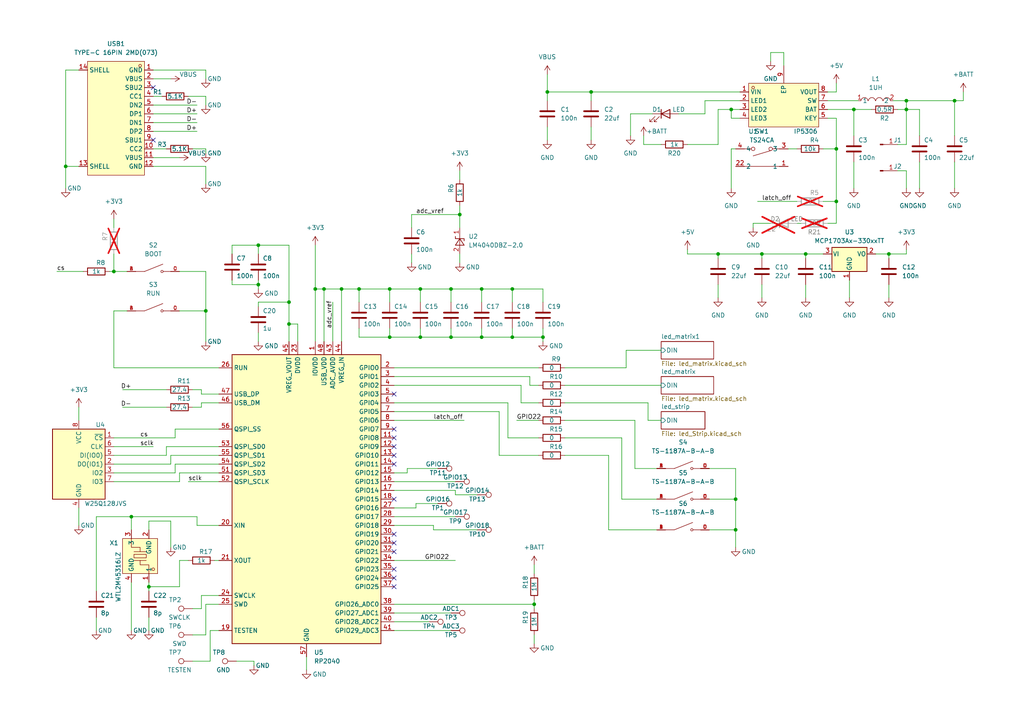
<source format=kicad_sch>
(kicad_sch (version 20230121) (generator eeschema)
  (paper "A4")
  (junction (at 99.06 83.82))
  (junction (at 133.35 62.23))
  (junction (at 276.86 29.21))
  (junction (at 257.81 73.66))
  (junction (at 19.05 48.26))
  (junction (at 121.92 97.79))
  (junction (at 104.14 83.82))
  (junction (at 59.69 90.17))
  (junction (at 212.09 31.75))
  (junction (at 242.57 58.42))
  (junction (at 83.82 87.63))
  (junction (at 220.98 73.66))
  (junction (at 121.92 83.82))
  (junction (at 242.57 43.18))
  (junction (at 33.02 78.74))
  (junction (at 74.93 71.12))
  (junction (at 130.81 83.82))
  (junction (at 148.59 83.82))
  (junction (at 208.28 73.66))
  (junction (at 113.03 83.82))
  (junction (at 157.48 97.79))
  (junction (at 91.44 83.82))
  (junction (at 130.81 97.79))
  (junction (at 43.18 170.18))
  (junction (at 158.75 26.67))
  (junction (at 213.36 153.67))
  (junction (at 154.94 175.26))
  (junction (at 233.68 73.66))
  (junction (at 83.82 93.98))
  (junction (at 213.36 144.78))
  (junction (at 74.93 82.55))
  (junction (at 139.7 83.82))
  (junction (at 262.89 31.75))
  (junction (at 148.59 97.79))
  (junction (at 247.65 31.75))
  (junction (at 171.45 26.67))
  (junction (at 139.7 97.79))
  (junction (at 262.89 29.21))
  (junction (at 113.03 97.79))
  (junction (at 93.98 83.82))
  (junction (at 38.1 149.86))
  (no_connect (at 114.3 170.18))
  (no_connect (at 114.3 114.3))
  (no_connect (at 114.3 127))
  (no_connect (at 114.3 129.54))
  (no_connect (at 114.3 132.08))
  (no_connect (at 114.3 124.46))
  (no_connect (at 114.3 134.62))
  (no_connect (at 114.3 160.02))
  (no_connect (at 114.3 167.64))
  (no_connect (at 114.3 154.94))
  (no_connect (at 44.45 25.4))
  (no_connect (at 114.3 165.1))
  (no_connect (at 44.45 40.64))
  (no_connect (at 114.3 144.78))
  (no_connect (at 114.3 157.48))
  (wire (pts (xy 16.51 78.74) (xy 24.13 78.74)))
  (wire (pts (xy 153.67 111.76) (xy 156.21 111.76)))
  (wire (pts (xy 233.68 73.66) (xy 238.76 73.66)))
  (wire (pts (xy 91.44 71.12) (xy 91.44 83.82)))
  (wire (pts (xy 240.03 31.75) (xy 247.65 31.75)))
  (wire (pts (xy 22.86 20.32) (xy 19.05 20.32)))
  (wire (pts (xy 176.53 132.08) (xy 176.53 153.67)))
  (wire (pts (xy 184.15 121.92) (xy 184.15 135.89)))
  (wire (pts (xy 196.85 33.02) (xy 204.47 33.02)))
  (wire (pts (xy 199.39 72.39) (xy 199.39 73.66)))
  (wire (pts (xy 86.36 99.06) (xy 86.36 93.98)))
  (wire (pts (xy 227.33 15.24) (xy 223.52 15.24)))
  (wire (pts (xy 218.44 64.77) (xy 218.44 66.04)))
  (wire (pts (xy 119.38 73.66) (xy 119.38 76.2)))
  (wire (pts (xy 208.28 73.66) (xy 220.98 73.66)))
  (wire (pts (xy 74.93 96.52) (xy 74.93 99.06)))
  (wire (pts (xy 19.05 20.32) (xy 19.05 48.26)))
  (wire (pts (xy 233.68 82.55) (xy 233.68 86.36)))
  (wire (pts (xy 113.03 83.82) (xy 113.03 87.63)))
  (wire (pts (xy 113.03 83.82) (xy 104.14 83.82)))
  (wire (pts (xy 27.94 171.45) (xy 27.94 149.86)))
  (wire (pts (xy 262.89 29.21) (xy 262.89 31.75)))
  (wire (pts (xy 19.05 48.26) (xy 22.86 48.26)))
  (wire (pts (xy 262.89 31.75) (xy 262.89 41.91)))
  (wire (pts (xy 171.45 26.67) (xy 214.63 26.67)))
  (wire (pts (xy 50.8 124.46) (xy 63.5 124.46)))
  (wire (pts (xy 130.81 83.82) (xy 121.92 83.82)))
  (wire (pts (xy 33.02 106.68) (xy 33.02 90.17)))
  (wire (pts (xy 130.81 95.25) (xy 130.81 97.79)))
  (wire (pts (xy 238.76 58.42) (xy 242.57 58.42)))
  (wire (pts (xy 44.45 48.26) (xy 59.69 48.26)))
  (wire (pts (xy 49.53 134.62) (xy 49.53 132.08)))
  (wire (pts (xy 199.39 41.91) (xy 208.28 41.91)))
  (wire (pts (xy 254 73.66) (xy 257.81 73.66)))
  (wire (pts (xy 48.26 129.54) (xy 63.5 129.54)))
  (wire (pts (xy 151.13 116.84) (xy 156.21 116.84)))
  (wire (pts (xy 240.03 26.67) (xy 242.57 26.67)))
  (wire (pts (xy 114.3 162.56) (xy 132.08 162.56)))
  (wire (pts (xy 133.35 62.23) (xy 133.35 66.04)))
  (wire (pts (xy 54.61 27.94) (xy 59.69 27.94)))
  (wire (pts (xy 119.38 62.23) (xy 133.35 62.23)))
  (wire (pts (xy 113.03 97.79) (xy 121.92 97.79)))
  (wire (pts (xy 22.86 147.32) (xy 22.86 152.4)))
  (wire (pts (xy 43.18 179.07) (xy 43.18 182.88)))
  (wire (pts (xy 240.03 34.29) (xy 242.57 34.29)))
  (wire (pts (xy 52.07 170.18) (xy 52.07 162.56)))
  (wire (pts (xy 213.36 135.89) (xy 213.36 144.78)))
  (wire (pts (xy 93.98 83.82) (xy 99.06 83.82)))
  (wire (pts (xy 213.36 144.78) (xy 213.36 153.67)))
  (wire (pts (xy 55.88 184.15) (xy 59.69 184.15)))
  (wire (pts (xy 242.57 64.77) (xy 242.57 58.42)))
  (wire (pts (xy 44.45 38.1) (xy 57.15 38.1)))
  (wire (pts (xy 33.02 73.66) (xy 33.02 78.74)))
  (wire (pts (xy 43.18 153.67) (xy 43.18 151.13)))
  (wire (pts (xy 43.18 170.18) (xy 52.07 170.18)))
  (wire (pts (xy 121.92 95.25) (xy 121.92 97.79)))
  (wire (pts (xy 158.75 26.67) (xy 171.45 26.67)))
  (wire (pts (xy 238.76 43.18) (xy 242.57 43.18)))
  (wire (pts (xy 91.44 83.82) (xy 93.98 83.82)))
  (wire (pts (xy 121.92 83.82) (xy 113.03 83.82)))
  (wire (pts (xy 59.69 78.74) (xy 59.69 90.17)))
  (wire (pts (xy 130.81 97.79) (xy 139.7 97.79)))
  (wire (pts (xy 144.78 119.38) (xy 144.78 132.08)))
  (wire (pts (xy 63.5 106.68) (xy 33.02 106.68)))
  (wire (pts (xy 204.47 29.21) (xy 214.63 29.21)))
  (wire (pts (xy 33.02 90.17) (xy 36.83 90.17)))
  (wire (pts (xy 233.68 73.66) (xy 233.68 74.93)))
  (wire (pts (xy 260.35 31.75) (xy 262.89 31.75)))
  (wire (pts (xy 58.42 113.03) (xy 58.42 114.3)))
  (wire (pts (xy 121.92 97.79) (xy 130.81 97.79)))
  (wire (pts (xy 205.74 153.67) (xy 213.36 153.67)))
  (wire (pts (xy 44.45 43.18) (xy 48.26 43.18)))
  (wire (pts (xy 43.18 170.18) (xy 43.18 171.45)))
  (wire (pts (xy 58.42 116.84) (xy 63.5 116.84)))
  (wire (pts (xy 214.63 31.75) (xy 212.09 31.75)))
  (wire (pts (xy 60.96 182.88) (xy 63.5 182.88)))
  (wire (pts (xy 132.08 142.24) (xy 132.08 143.51)))
  (wire (pts (xy 158.75 36.83) (xy 158.75 40.64)))
  (wire (pts (xy 181.61 106.68) (xy 181.61 101.6)))
  (wire (pts (xy 99.06 83.82) (xy 104.14 83.82)))
  (wire (pts (xy 44.45 20.32) (xy 59.69 20.32)))
  (wire (pts (xy 119.38 66.04) (xy 119.38 62.23)))
  (wire (pts (xy 240.03 29.21) (xy 248.92 29.21)))
  (wire (pts (xy 266.7 39.37) (xy 266.7 31.75)))
  (wire (pts (xy 118.11 135.89) (xy 127 135.89)))
  (wire (pts (xy 276.86 29.21) (xy 279.4 29.21)))
  (wire (pts (xy 212.09 43.18) (xy 212.09 54.61)))
  (wire (pts (xy 22.86 118.11) (xy 22.86 121.92)))
  (wire (pts (xy 48.26 132.08) (xy 48.26 129.54)))
  (wire (pts (xy 50.8 127) (xy 50.8 124.46)))
  (wire (pts (xy 52.07 139.7) (xy 52.07 137.16)))
  (wire (pts (xy 180.34 127) (xy 180.34 144.78)))
  (wire (pts (xy 276.86 29.21) (xy 276.86 39.37)))
  (wire (pts (xy 58.42 172.72) (xy 63.5 172.72)))
  (wire (pts (xy 171.45 36.83) (xy 171.45 40.64)))
  (wire (pts (xy 33.02 129.54) (xy 44.45 129.54)))
  (wire (pts (xy 260.35 41.91) (xy 262.89 41.91)))
  (wire (pts (xy 151.13 111.76) (xy 151.13 116.84)))
  (wire (pts (xy 114.3 147.32) (xy 120.65 147.32)))
  (wire (pts (xy 220.98 82.55) (xy 220.98 86.36)))
  (wire (pts (xy 33.02 137.16) (xy 50.8 137.16)))
  (wire (pts (xy 33.02 63.5) (xy 33.02 66.04)))
  (wire (pts (xy 157.48 97.79) (xy 157.48 99.06)))
  (wire (pts (xy 262.89 73.66) (xy 257.81 73.66)))
  (wire (pts (xy 44.45 27.94) (xy 46.99 27.94)))
  (wire (pts (xy 19.05 48.26) (xy 19.05 54.61)))
  (wire (pts (xy 55.88 113.03) (xy 58.42 113.03)))
  (wire (pts (xy 220.98 73.66) (xy 233.68 73.66)))
  (wire (pts (xy 242.57 34.29) (xy 242.57 43.18)))
  (wire (pts (xy 59.69 175.26) (xy 63.5 175.26)))
  (wire (pts (xy 88.9 190.5) (xy 88.9 194.31)))
  (wire (pts (xy 262.89 29.21) (xy 276.86 29.21)))
  (wire (pts (xy 33.02 132.08) (xy 48.26 132.08)))
  (wire (pts (xy 118.11 137.16) (xy 118.11 135.89)))
  (wire (pts (xy 125.73 153.67) (xy 138.43 153.67)))
  (wire (pts (xy 149.86 121.92) (xy 156.21 121.92)))
  (wire (pts (xy 191.77 41.91) (xy 186.69 41.91)))
  (wire (pts (xy 223.52 15.24) (xy 223.52 17.78)))
  (wire (pts (xy 58.42 176.53) (xy 58.42 172.72)))
  (wire (pts (xy 223.52 64.77) (xy 218.44 64.77)))
  (wire (pts (xy 35.56 118.11) (xy 48.26 118.11)))
  (wire (pts (xy 38.1 168.91) (xy 38.1 182.88)))
  (wire (pts (xy 114.3 119.38) (xy 144.78 119.38)))
  (wire (pts (xy 219.71 58.42) (xy 231.14 58.42)))
  (wire (pts (xy 181.61 101.6) (xy 191.77 101.6)))
  (wire (pts (xy 260.35 49.53) (xy 262.89 49.53)))
  (wire (pts (xy 163.83 132.08) (xy 176.53 132.08)))
  (wire (pts (xy 114.3 149.86) (xy 132.08 149.86)))
  (wire (pts (xy 148.59 83.82) (xy 139.7 83.82)))
  (wire (pts (xy 60.96 191.77) (xy 60.96 182.88)))
  (wire (pts (xy 262.89 72.39) (xy 262.89 73.66)))
  (wire (pts (xy 83.82 93.98) (xy 83.82 99.06)))
  (wire (pts (xy 205.74 144.78) (xy 213.36 144.78)))
  (wire (pts (xy 114.3 137.16) (xy 118.11 137.16)))
  (wire (pts (xy 114.3 106.68) (xy 156.21 106.68)))
  (wire (pts (xy 44.45 45.72) (xy 52.07 45.72)))
  (wire (pts (xy 74.93 81.28) (xy 74.93 82.55)))
  (wire (pts (xy 27.94 179.07) (xy 27.94 182.88)))
  (wire (pts (xy 74.93 88.9) (xy 74.93 87.63)))
  (wire (pts (xy 38.1 149.86) (xy 38.1 153.67)))
  (wire (pts (xy 147.32 116.84) (xy 147.32 127)))
  (wire (pts (xy 186.69 41.91) (xy 186.69 39.37)))
  (wire (pts (xy 59.69 184.15) (xy 59.69 175.26)))
  (wire (pts (xy 163.83 106.68) (xy 181.61 106.68)))
  (wire (pts (xy 154.94 175.26) (xy 154.94 176.53)))
  (wire (pts (xy 114.3 180.34) (xy 124.46 180.34)))
  (wire (pts (xy 104.14 97.79) (xy 113.03 97.79)))
  (wire (pts (xy 208.28 31.75) (xy 212.09 31.75)))
  (wire (pts (xy 55.88 191.77) (xy 60.96 191.77)))
  (wire (pts (xy 158.75 26.67) (xy 158.75 29.21)))
  (wire (pts (xy 113.03 95.25) (xy 113.03 97.79)))
  (wire (pts (xy 43.18 168.91) (xy 43.18 170.18)))
  (wire (pts (xy 104.14 83.82) (xy 104.14 87.63)))
  (wire (pts (xy 93.98 99.06) (xy 93.98 83.82)))
  (wire (pts (xy 49.53 151.13) (xy 49.53 158.75)))
  (wire (pts (xy 212.09 31.75) (xy 212.09 34.29)))
  (wire (pts (xy 55.88 176.53) (xy 58.42 176.53)))
  (wire (pts (xy 154.94 173.99) (xy 154.94 175.26)))
  (wire (pts (xy 33.02 78.74) (xy 36.83 78.74)))
  (wire (pts (xy 99.06 99.06) (xy 99.06 83.82)))
  (wire (pts (xy 227.33 19.05) (xy 227.33 15.24)))
  (wire (pts (xy 247.65 31.75) (xy 252.73 31.75)))
  (wire (pts (xy 157.48 83.82) (xy 148.59 83.82)))
  (wire (pts (xy 228.6 43.18) (xy 231.14 43.18)))
  (wire (pts (xy 148.59 95.25) (xy 148.59 97.79)))
  (wire (pts (xy 114.3 177.8) (xy 130.81 177.8)))
  (wire (pts (xy 246.38 81.28) (xy 246.38 86.36)))
  (wire (pts (xy 259.08 29.21) (xy 262.89 29.21)))
  (wire (pts (xy 74.93 71.12) (xy 83.82 71.12)))
  (wire (pts (xy 67.31 81.28) (xy 67.31 82.55)))
  (wire (pts (xy 58.42 114.3) (xy 63.5 114.3)))
  (wire (pts (xy 59.69 90.17) (xy 59.69 99.06)))
  (wire (pts (xy 125.73 153.67) (xy 125.73 152.4)))
  (wire (pts (xy 83.82 71.12) (xy 83.82 87.63)))
  (wire (pts (xy 266.7 46.99) (xy 266.7 54.61)))
  (wire (pts (xy 59.69 27.94) (xy 59.69 30.48)))
  (wire (pts (xy 104.14 95.25) (xy 104.14 97.79)))
  (wire (pts (xy 55.88 118.11) (xy 58.42 118.11)))
  (wire (pts (xy 114.3 116.84) (xy 147.32 116.84)))
  (wire (pts (xy 114.3 109.22) (xy 153.67 109.22)))
  (wire (pts (xy 43.18 151.13) (xy 49.53 151.13)))
  (wire (pts (xy 242.57 43.18) (xy 242.57 58.42)))
  (wire (pts (xy 213.36 43.18) (xy 212.09 43.18)))
  (wire (pts (xy 199.39 73.66) (xy 208.28 73.66)))
  (wire (pts (xy 157.48 87.63) (xy 157.48 83.82)))
  (wire (pts (xy 33.02 127) (xy 50.8 127)))
  (wire (pts (xy 153.67 109.22) (xy 153.67 111.76)))
  (wire (pts (xy 114.3 142.24) (xy 132.08 142.24)))
  (wire (pts (xy 59.69 20.32) (xy 59.69 22.86)))
  (wire (pts (xy 52.07 162.56) (xy 54.61 162.56)))
  (wire (pts (xy 44.45 30.48) (xy 57.15 30.48)))
  (wire (pts (xy 44.45 33.02) (xy 57.15 33.02)))
  (wire (pts (xy 68.58 191.77) (xy 73.66 191.77)))
  (wire (pts (xy 187.96 121.92) (xy 191.77 121.92)))
  (wire (pts (xy 208.28 82.55) (xy 208.28 86.36)))
  (wire (pts (xy 163.83 116.84) (xy 187.96 116.84)))
  (wire (pts (xy 74.93 87.63) (xy 83.82 87.63)))
  (wire (pts (xy 242.57 26.67) (xy 242.57 24.13)))
  (wire (pts (xy 148.59 97.79) (xy 157.48 97.79)))
  (wire (pts (xy 139.7 83.82) (xy 130.81 83.82)))
  (wire (pts (xy 157.48 95.25) (xy 157.48 97.79)))
  (wire (pts (xy 44.45 35.56) (xy 57.15 35.56)))
  (wire (pts (xy 52.07 90.17) (xy 59.69 90.17)))
  (wire (pts (xy 163.83 111.76) (xy 191.77 111.76)))
  (wire (pts (xy 176.53 153.67) (xy 190.5 153.67)))
  (wire (pts (xy 189.23 33.02) (xy 182.88 33.02)))
  (wire (pts (xy 204.47 33.02) (xy 204.47 29.21)))
  (wire (pts (xy 182.88 33.02) (xy 182.88 39.37)))
  (wire (pts (xy 257.81 82.55) (xy 257.81 86.36)))
  (wire (pts (xy 54.61 139.7) (xy 63.5 139.7)))
  (wire (pts (xy 114.3 121.92) (xy 134.62 121.92)))
  (wire (pts (xy 57.15 149.86) (xy 38.1 149.86)))
  (wire (pts (xy 158.75 21.59) (xy 158.75 26.67)))
  (wire (pts (xy 86.36 93.98) (xy 83.82 93.98)))
  (wire (pts (xy 83.82 87.63) (xy 83.82 93.98)))
  (wire (pts (xy 247.65 31.75) (xy 247.65 39.37)))
  (wire (pts (xy 67.31 73.66) (xy 67.31 71.12)))
  (wire (pts (xy 154.94 184.15) (xy 154.94 186.69)))
  (wire (pts (xy 120.65 147.32) (xy 120.65 146.05)))
  (wire (pts (xy 231.14 64.77) (xy 232.41 64.77)))
  (wire (pts (xy 67.31 71.12) (xy 74.93 71.12)))
  (wire (pts (xy 208.28 74.93) (xy 208.28 73.66)))
  (wire (pts (xy 139.7 83.82) (xy 139.7 87.63)))
  (wire (pts (xy 73.66 191.77) (xy 73.66 193.04)))
  (wire (pts (xy 57.15 152.4) (xy 57.15 149.86)))
  (wire (pts (xy 171.45 26.67) (xy 171.45 29.21)))
  (wire (pts (xy 33.02 139.7) (xy 52.07 139.7)))
  (wire (pts (xy 59.69 48.26) (xy 59.69 53.34)))
  (wire (pts (xy 59.69 43.18) (xy 59.69 44.45)))
  (wire (pts (xy 63.5 152.4) (xy 57.15 152.4)))
  (wire (pts (xy 62.23 162.56) (xy 63.5 162.56)))
  (wire (pts (xy 154.94 163.83) (xy 154.94 166.37)))
  (wire (pts (xy 220.98 73.66) (xy 220.98 74.93)))
  (wire (pts (xy 33.02 134.62) (xy 49.53 134.62)))
  (wire (pts (xy 52.07 137.16) (xy 63.5 137.16)))
  (wire (pts (xy 187.96 116.84) (xy 187.96 121.92)))
  (wire (pts (xy 240.03 64.77) (xy 242.57 64.77)))
  (wire (pts (xy 208.28 41.91) (xy 208.28 31.75)))
  (wire (pts (xy 114.3 182.88) (xy 130.81 182.88)))
  (wire (pts (xy 50.8 134.62) (xy 63.5 134.62)))
  (wire (pts (xy 114.3 111.76) (xy 151.13 111.76)))
  (wire (pts (xy 144.78 132.08) (xy 156.21 132.08)))
  (wire (pts (xy 58.42 118.11) (xy 58.42 116.84)))
  (wire (pts (xy 213.36 153.67) (xy 213.36 158.75)))
  (wire (pts (xy 262.89 49.53) (xy 262.89 54.61)))
  (wire (pts (xy 148.59 83.82) (xy 148.59 87.63)))
  (wire (pts (xy 67.31 82.55) (xy 74.93 82.55)))
  (wire (pts (xy 133.35 49.53) (xy 133.35 52.07)))
  (wire (pts (xy 133.35 73.66) (xy 133.35 76.2)))
  (wire (pts (xy 27.94 149.86) (xy 38.1 149.86)))
  (wire (pts (xy 52.07 78.74) (xy 59.69 78.74)))
  (wire (pts (xy 44.45 22.86) (xy 49.53 22.86)))
  (wire (pts (xy 257.81 73.66) (xy 257.81 74.93)))
  (wire (pts (xy 163.83 127) (xy 180.34 127)))
  (wire (pts (xy 147.32 127) (xy 156.21 127)))
  (wire (pts (xy 96.52 87.63) (xy 96.52 99.06)))
  (wire (pts (xy 266.7 31.75) (xy 262.89 31.75)))
  (wire (pts (xy 212.09 34.29) (xy 214.63 34.29)))
  (wire (pts (xy 139.7 97.79) (xy 148.59 97.79)))
  (wire (pts (xy 31.75 78.74) (xy 33.02 78.74)))
  (wire (pts (xy 35.56 113.03) (xy 48.26 113.03)))
  (wire (pts (xy 130.81 83.82) (xy 130.81 87.63)))
  (wire (pts (xy 184.15 135.89) (xy 190.5 135.89)))
  (wire (pts (xy 91.44 99.06) (xy 91.44 83.82)))
  (wire (pts (xy 49.53 132.08) (xy 63.5 132.08)))
  (wire (pts (xy 180.34 144.78) (xy 190.5 144.78)))
  (wire (pts (xy 247.65 46.99) (xy 247.65 54.61)))
  (wire (pts (xy 74.93 82.55) (xy 74.93 83.82)))
  (wire (pts (xy 50.8 137.16) (xy 50.8 134.62)))
  (wire (pts (xy 139.7 95.25) (xy 139.7 97.79)))
  (wire (pts (xy 163.83 121.92) (xy 184.15 121.92)))
  (wire (pts (xy 205.74 135.89) (xy 213.36 135.89)))
  (wire (pts (xy 114.3 139.7) (xy 132.08 139.7)))
  (wire (pts (xy 114.3 175.26) (xy 154.94 175.26)))
  (wire (pts (xy 133.35 59.69) (xy 133.35 62.23)))
  (wire (pts (xy 74.93 71.12) (xy 74.93 73.66)))
  (wire (pts (xy 276.86 46.99) (xy 276.86 54.61)))
  (wire (pts (xy 121.92 83.82) (xy 121.92 87.63)))
  (wire (pts (xy 132.08 143.51) (xy 138.43 143.51)))
  (wire (pts (xy 55.88 43.18) (xy 59.69 43.18)))
  (wire (pts (xy 114.3 152.4) (xy 125.73 152.4)))
  (wire (pts (xy 120.65 146.05) (xy 127 146.05)))
  (wire (pts (xy 279.4 26.67) (xy 279.4 29.21)))
  (label "sclk" (at 40.64 129.54 0))
  (label "adc_vref" (at 96.52 95.25 90))
  (label "GPIO22" (at 149.86 121.92 0))
  (label "D+" (at 38.1 113.03 180))
  (label "GPIO22" (at 123.19 162.56 0))
  (label "D-" (at 57.15 35.56 180))
  (label "latch_off" (at 220.98 58.42 0))
  (label "D+" (at 57.15 33.02 180))
  (label "sclk" (at 54.61 139.7 0))
  (label "cs" (at 40.64 127 0))
  (label "latch_off" (at 125.73 121.92 0))
  (label "cs" (at 16.51 78.74 0))
  (label "D+" (at 57.15 38.1 180))
  (label "adc_vref" (at 120.65 62.23 0))
  (label "D-" (at 57.15 30.48 180))
  (label "D-" (at 38.1 118.11 180))
  (symbol (lib_id "Device:R") (at 52.07 113.03 270) (mirror x) (unit 1)
    (property "Reference" "R11" (at 53.34 110.49 90))
    (property "Value" "27.4" (at 52.07 113.03 90))
    (property "Footprint" "Resistor_SMD:R_0402_1005Metric" (effects hide))
  )
  (symbol (lib_id "Device:R") (at 234.95 58.42 270) (mirror x) (unit 1) (dnp yes)
    (property "Reference" "R5" (at 236.22 55.88 90))
    (property "Value" "10k" (at 234.95 58.42 90))
    (property "Footprint" "Resistor_SMD:R_0402_1005Metric" (effects hide))
  )
  (symbol (lib_id "Device:R") (at 58.42 162.56 270) (mirror x) (unit 1)
    (property "Reference" "R17" (at 59.69 160.02 90))
    (property "Value" "1k" (at 58.42 162.56 90))
    (property "Footprint" "Resistor_SMD:R_0402_1005Metric" (effects hide))
  )
  (symbol (lib_id "Device:C") (at 74.93 77.47 0) (unit 1)
    (property "Reference" "C8" (at 76.2 74.93 0) (effects (justify left)))
    (property "Value" "100n" (at 76.2 80.01 0) (effects (justify left)))
    (property "Footprint" "Capacitor_SMD:C_0402_1005Metric" (effects hide))
  )
  (symbol (lib_id "power:GND") (at 59.69 30.48 0) (unit 1)
    (property "Reference" "#PWR07" (effects hide))
    (property "Value" "GND" (at 62.23 30.48 0))
  )
  (symbol (lib_id "TS-1187A-B-A-B:TS-1187A-B-A-B") (at 198.12 144.78 0) (unit 1)
    (property "Reference" "S5" (at 198.12 137.16 0))
    (property "Value" "TS-1187A-B-A-B" (at 198.12 139.7 0))
    (property "Footprint" "SW_TS-1187A-B-A-B" (effects hide))
    (property "PARTREV" "A0" (effects hide))
    (property "MANUFACTURER" "XKB Industrial Precision" (effects hide))
    (property "MAXIMUM_PACKAGE_HEIGHT" "1.5mm" (effects hide))
    (property "STANDARD" "Manufacturer Recommendations" (effects hide))
  )
  (symbol (lib_id "Device:R") (at 133.35 55.88 0) (mirror y) (unit 1)
    (property "Reference" "R6" (at 130.81 54.61 90))
    (property "Value" "1k" (at 133.35 55.88 90))
    (property "Footprint" "Resistor_SMD:R_0402_1005Metric" (effects hide))
  )
  (symbol (lib_id "power:GND") (at 257.81 86.36 0) (unit 1)
    (property "Reference" "#PWR031" (effects hide))
    (property "Value" "GND" (at 257.81 91.44 0))
  )
  (symbol (lib_id "Device:R") (at 256.54 31.75 270) (mirror x) (unit 1)
    (property "Reference" "R2" (at 256.54 34.29 90))
    (property "Value" "0.5R" (at 256.54 31.75 90))
    (property "Footprint" "Resistor_SMD:R_0402_1005Metric" (effects hide))
  )
  (symbol (lib_id "power:GND") (at 276.86 54.61 0) (unit 1)
    (property "Reference" "#PWR019" (effects hide))
    (property "Value" "GND" (at 276.86 59.69 0))
  )
  (symbol (lib_id "power:+BATT") (at 279.4 26.67 0) (unit 1)
    (property "Reference" "#PWR06" (effects hide))
    (property "Value" "+BATT" (at 279.4 21.59 0))
  )
  (symbol (lib_id "power:+3V3") (at 22.86 118.11 0) (unit 1)
    (property "Reference" "#PWR035" (effects hide))
    (property "Value" "+3V3" (at 22.86 113.03 0))
  )
  (symbol (lib_id "power:GND") (at 154.94 186.69 0) (unit 1)
    (property "Reference" "#PWR0228" (effects hide))
    (property "Value" "GND" (at 158.75 187.96 0))
  )
  (symbol (lib_id "power:GND") (at 133.35 76.2 0) (unit 1)
    (property "Reference" "#PWR025" (effects hide))
    (property "Value" "GND" (at 137.16 77.47 0))
  )
  (symbol (lib_id "Device:C") (at 171.45 33.02 0) (unit 1)
    (property "Reference" "C2" (at 175.204 31.75 0) (effects (justify left)))
    (property "Value" "22uf" (at 175.204 34.29 0) (effects (justify left)))
    (property "Footprint" "Capacitor_SMD:C_0402_1005Metric" (effects hide))
  )
  (symbol (lib_id "Device:C") (at 257.81 78.74 0) (unit 1)
    (property "Reference" "C12" (at 261.62 77.47 0) (effects (justify left)))
    (property "Value" "100n" (at 261.62 80.01 0) (effects (justify left)))
    (property "Footprint" "Capacitor_SMD:C_0402_1005Metric" (effects hide))
  )
  (symbol (lib_id "power:GND") (at 27.94 182.88 0) (unit 1)
    (property "Reference" "#PWR039" (effects hide))
    (property "Value" "GND" (at 30.48 182.88 0))
  )
  (symbol (lib_id "easyeda2kicad:IP5306") (at 227.33 26.67 0) (unit 1)
    (property "Reference" "U1" (at 218.44 38.1 0))
    (property "Value" "IP5306" (at 233.68 38.1 0))
    (property "Footprint" "easyeda2kicad:ESOP-8_L4.9-W3.9-P1.27-LS6.0-BL-EP" (effects hide))
    (property "Datasheet" "https://lcsc.com/product-detail/PMIC-Battery-Management_IP5306_C181692.html" (effects hide))
    (property "LCSC Part" "C181692" (effects hide))
  )
  (symbol (lib_id "power:VBUS") (at 158.75 21.59 0) (unit 1)
    (property "Reference" "#PWR02" (effects hide))
    (property "Value" "VBUS" (at 158.75 16.51 0))
  )
  (symbol (lib_id "Device:C") (at 130.81 91.44 0) (unit 1)
    (property "Reference" "C16" (at 132.08 88.9 0) (effects (justify left)))
    (property "Value" "100n" (at 132.08 93.98 0) (effects (justify left)))
    (property "Footprint" "Capacitor_SMD:C_0402_1005Metric" (effects hide))
  )
  (symbol (lib_id "Device:R") (at 160.02 121.92 270) (mirror x) (unit 1)
    (property "Reference" "R14" (at 161.29 119.38 90))
    (property "Value" "0" (at 160.02 121.92 90))
    (property "Footprint" "Resistor_SMD:R_0402_1005Metric" (effects hide))
  )
  (symbol (lib_id "power:GND") (at 119.38 76.2 0) (unit 1)
    (property "Reference" "#PWR024" (effects hide))
    (property "Value" "GND" (at 123.19 77.47 0))
  )
  (symbol (lib_id "Device:C") (at 113.03 91.44 0) (unit 1)
    (property "Reference" "C14" (at 114.3 88.9 0) (effects (justify left)))
    (property "Value" "100n" (at 114.3 93.98 0) (effects (justify left)))
    (property "Footprint" "Capacitor_SMD:C_0402_1005Metric" (effects hide))
  )
  (symbol (lib_id "power:+3V3") (at 133.35 49.53 0) (unit 1)
    (property "Reference" "#PWR012" (effects hide))
    (property "Value" "+3V3" (at 133.35 44.45 0))
  )
  (symbol (lib_id "power:+3V3") (at 91.44 71.12 0) (unit 1)
    (property "Reference" "#PWR021" (effects hide))
    (property "Value" "+3V3" (at 91.44 66.04 0))
  )
  (symbol (lib_id "power:GND") (at 266.7 54.61 0) (unit 1)
    (property "Reference" "#PWR018" (effects hide))
    (property "Value" "GND" (at 266.7 59.69 0))
  )
  (symbol (lib_id "power:GND") (at 38.1 182.88 0) (unit 1)
    (property "Reference" "#PWR040" (effects hide))
    (property "Value" "GND" (at 40.64 182.88 0))
  )
  (symbol (lib_id "Device:C") (at 43.18 175.26 0) (unit 1)
    (property "Reference" "C22" (at 44.45 172.72 0) (effects (justify left)))
    (property "Value" "8p" (at 44.45 177.8 0) (effects (justify left)))
    (property "Footprint" "Capacitor_SMD:C_0402_1005Metric" (effects hide))
  )
  (symbol (lib_id "Connector:TestPoint") (at 130.81 177.8 270) (unit 1)
    (property "Reference" "TP3" (at 130.81 179.07 90))
    (property "Value" "ADC1" (at 130.81 176.53 90))
    (property "Footprint" "TestPoint:TestPoint_Pad_D1.0mm" (effects hide))
  )
  (symbol (lib_id "Connector:TestPoint") (at 68.58 191.77 90) (unit 1)
    (property "Reference" "TP8" (at 63.5 189.23 90))
    (property "Value" "GND" (at 64.77 194.31 90))
    (property "Footprint" "TestPoint:TestPoint_Pad_1.0x1.0mm" (effects hide))
  )
  (symbol (lib_id "Connector:TestPoint") (at 124.46 180.34 270) (unit 1)
    (property "Reference" "TP4" (at 124.46 181.61 90))
    (property "Value" "ADC2" (at 124.46 179.07 90))
    (property "Footprint" "TestPoint:TestPoint_Pad_D1.0mm" (effects hide))
  )
  (symbol (lib_id "power:GND") (at 246.38 86.36 0) (unit 1)
    (property "Reference" "#PWR030" (effects hide))
    (property "Value" "GND" (at 246.38 91.44 0))
  )
  (symbol (lib_id "power:GND") (at 59.69 53.34 0) (unit 1)
    (property "Reference" "#PWR013" (effects hide))
    (property "Value" "GND" (at 62.23 53.34 0))
  )
  (symbol (lib_id "power:GND") (at 171.45 40.64 0) (unit 1)
    (property "Reference" "#PWR09" (effects hide))
    (property "Value" "GND" (at 171.45 45.72 0))
  )
  (symbol (lib_id "Device:R") (at 154.94 170.18 0) (mirror y) (unit 1)
    (property "Reference" "R18" (at 152.4 168.91 90))
    (property "Value" "1M" (at 154.94 170.18 90))
    (property "Footprint" "Resistor_SMD:R_0402_1005Metric" (effects hide))
  )
  (symbol (lib_id "Memory_Flash:W25Q128JVS") (at 22.86 134.62 0) (mirror y) (unit 1)
    (property "Reference" "U4" (at 30.48 123.19 0) (effects (justify left)))
    (property "Value" "W25Q128JVS" (at 36.83 146.05 0) (effects (justify left)))
    (property "Footprint" "Package_SO:SOIC-8_5.23x5.23mm_P1.27mm" (effects hide))
    (property "Datasheet" "http://www.winbond.com/resource-files/w25q128jv_dtr%20revc%2003272018%20plus.pdf" (effects hide))
  )
  (symbol (lib_id "Connector:Conn_01x01_Pin") (at 255.27 49.53 0) (unit 1)
    (property "Reference" "J2" (at 260.35 48.26 0))
    (property "Value" "Conn_01x01_Pin" (effects hide))
    (property "Footprint" "TestPoint:TestPoint_Pad_2.0x2.0mm" (effects hide))
  )
  (symbol (lib_id "power:+3V3") (at 262.89 72.39 0) (unit 1)
    (property "Reference" "#PWR023" (effects hide))
    (property "Value" "+3V3" (at 262.89 67.31 0))
  )
  (symbol (lib_id "Connector:TestPoint") (at 55.88 184.15 90) (unit 1)
    (property "Reference" "TP6" (at 50.8 181.61 90))
    (property "Value" "SWD" (at 52.07 186.69 90))
    (property "Footprint" "TestPoint:TestPoint_Pad_D1.0mm" (effects hide))
  )
  (symbol (lib_id "Device:C") (at 158.75 33.02 0) (unit 1)
    (property "Reference" "C1" (at 162.56 31.75 0) (effects (justify left)))
    (property "Value" "100n" (at 162.56 34.29 0) (effects (justify left)))
    (property "Footprint" "Capacitor_SMD:C_0402_1005Metric" (effects hide))
  )
  (symbol (lib_id "Device:R") (at 234.95 43.18 270) (mirror x) (unit 1)
    (property "Reference" "R4" (at 236.22 40.64 90))
    (property "Value" "10k" (at 234.95 43.18 90))
    (property "Footprint" "Resistor_SMD:R_0402_1005Metric" (effects hide))
  )
  (symbol (lib_id "Connector:TestPoint") (at 55.88 191.77 90) (unit 1)
    (property "Reference" "TP7" (at 50.8 189.23 90))
    (property "Value" "TESTEN" (at 52.07 194.31 90))
    (property "Footprint" "TestPoint:TestPoint_Pad_D1.0mm" (effects hide))
  )
  (symbol (lib_id "Connector:Conn_01x01_Pin") (at 255.27 41.91 0) (unit 1)
    (property "Reference" "J1" (at 260.35 40.64 0))
    (property "Value" "Conn_01x01_Pin" (effects hide))
    (property "Footprint" "TestPoint:TestPoint_Pad_2.0x2.0mm" (effects hide))
  )
  (symbol (lib_id "Connector:TestPoint") (at 138.43 153.67 270) (unit 1)
    (property "Reference" "TP10" (at 138.43 154.94 90))
    (property "Value" "GPIO18" (at 138.43 152.4 90))
    (property "Footprint" "TestPoint:TestPoint_Pad_D1.0mm" (effects hide))
  )
  (symbol (lib_id "Device:C") (at 119.38 69.85 0) (unit 1)
    (property "Reference" "C6" (at 120.65 67.31 0) (effects (justify left)))
    (property "Value" "100n" (at 120.65 72.39 0) (effects (justify left)))
    (property "Footprint" "Capacitor_SMD:C_0402_1005Metric" (effects hide))
  )
  (symbol (lib_id "Device:C") (at 104.14 91.44 0) (unit 1)
    (property "Reference" "C13" (at 105.41 88.9 0) (effects (justify left)))
    (property "Value" "100n" (at 105.41 93.98 0) (effects (justify left)))
    (property "Footprint" "Capacitor_SMD:C_0402_1005Metric" (effects hide))
  )
  (symbol (lib_id "MCU_RaspberryPi:RP2040") (at 88.9 144.78 0) (unit 1)
    (property "Reference" "U5" (at 91.0941 189.23 0) (effects (justify left)))
    (property "Value" "RP2040" (at 91.0941 191.77 0) (effects (justify left)))
    (property "Footprint" "Package_DFN_QFN:QFN-56-1EP_7x7mm_P0.4mm_EP3.2x3.2mm" (effects hide))
    (property "Datasheet" "https://datasheets.raspberrypi.com/rp2040/rp2040-datasheet.pdf" (effects hide))
  )
  (symbol (lib_id "Device:C") (at 148.59 91.44 0) (unit 1)
    (property "Reference" "C18" (at 149.86 88.9 0) (effects (justify left)))
    (property "Value" "100n" (at 149.86 93.98 0) (effects (justify left)))
    (property "Footprint" "Capacitor_SMD:C_0402_1005Metric" (effects hide))
  )
  (symbol (lib_id "Device:C") (at 233.68 78.74 0) (unit 1)
    (property "Reference" "C11" (at 237.49 77.47 0) (effects (justify left)))
    (property "Value" "100n" (at 237.49 80.01 0) (effects (justify left)))
    (property "Footprint" "Capacitor_SMD:C_0402_1005Metric" (effects hide))
  )
  (symbol (lib_id "Device:C") (at 139.7 91.44 0) (unit 1)
    (property "Reference" "C17" (at 140.97 88.9 0) (effects (justify left)))
    (property "Value" "100n" (at 140.97 93.98 0) (effects (justify left)))
    (property "Footprint" "Capacitor_SMD:C_0402_1005Metric" (effects hide))
  )
  (symbol (lib_id "Regulator_Linear:MCP1703Ax-330xxTT") (at 246.38 73.66 0) (unit 1)
    (property "Reference" "U3" (at 246.38 67.31 0))
    (property "Value" "MCP1703Ax-330xxTT" (at 246.38 69.85 0))
    (property "Footprint" "Package_TO_SOT_SMD:SOT-23" (effects hide))
    (property "Datasheet" "http://ww1.microchip.com/downloads/en/DeviceDoc/20005122B.pdf" (effects hide))
  )
  (symbol (lib_id "power:GND") (at 182.88 39.37 0) (unit 1)
    (property "Reference" "#PWR0231" (effects hide))
    (property "Value" "GND" (at 182.88 44.45 0))
  )
  (symbol (lib_id "TS-1187A-B-A-B:TS-1187A-B-A-B") (at 44.45 78.74 0) (unit 1)
    (property "Reference" "S2" (at 44.45 71.12 0))
    (property "Value" "BOOT" (at 44.45 73.66 0))
    (property "Footprint" "SW_TS-1187A-B-A-B" (effects hide))
    (property "PARTREV" "A0" (effects hide))
    (property "MANUFACTURER" "XKB Industrial Precision" (effects hide))
    (property "MAXIMUM_PACKAGE_HEIGHT" "1.5mm" (effects hide))
    (property "STANDARD" "Manufacturer Recommendations" (effects hide))
  )
  (symbol (lib_id "power:GND") (at 22.86 152.4 0) (unit 1)
    (property "Reference" "#PWR036" (effects hide))
    (property "Value" "GND" (at 25.4 152.4 0))
  )
  (symbol (lib_id "Device:R") (at 27.94 78.74 270) (mirror x) (unit 1)
    (property "Reference" "R8" (at 29.21 76.2 90))
    (property "Value" "1k" (at 27.94 78.74 90))
    (property "Footprint" "Resistor_SMD:R_0402_1005Metric" (effects hide))
  )
  (symbol (lib_id "power:GND") (at 208.28 86.36 0) (unit 1)
    (property "Reference" "#PWR027" (effects hide))
    (property "Value" "GND" (at 208.28 91.44 0))
  )
  (symbol (lib_id "power:VBUS") (at 49.53 22.86 270) (unit 1)
    (property "Reference" "#PWR03" (effects hide))
    (property "Value" "VBUS" (at 54.61 21.59 90))
  )
  (symbol (lib_id "Device:C") (at 247.65 43.18 0) (unit 1)
    (property "Reference" "C3" (at 248.92 40.64 0) (effects (justify left)))
    (property "Value" "100n" (at 248.92 45.72 0) (effects (justify left)))
    (property "Footprint" "Capacitor_SMD:C_0402_1005Metric" (effects hide))
  )
  (symbol (lib_id "power:GND") (at 49.53 158.75 0) (unit 1)
    (property "Reference" "#PWR037" (effects hide))
    (property "Value" "GND" (at 52.07 158.75 0))
  )
  (symbol (lib_id "Device:C") (at 266.7 43.18 0) (unit 1)
    (property "Reference" "C4" (at 267.97 40.64 0) (effects (justify left)))
    (property "Value" "100n" (at 267.97 45.72 0) (effects (justify left)))
    (property "Footprint" "Capacitor_SMD:C_0402_1005Metric" (effects hide))
  )
  (symbol (lib_id "Device:C") (at 74.93 92.71 0) (unit 1)
    (property "Reference" "C20" (at 76.2 90.17 0) (effects (justify left)))
    (property "Value" "1u" (at 76.2 95.25 0) (effects (justify left)))
    (property "Footprint" "Capacitor_SMD:C_0402_1005Metric" (effects hide))
  )
  (symbol (lib_id "power:GND") (at 74.93 99.06 0) (unit 1)
    (property "Reference" "#PWR033" (effects hide))
    (property "Value" "GND" (at 78.74 100.33 0))
  )
  (symbol (lib_id "power:GND") (at 220.98 86.36 0) (unit 1)
    (property "Reference" "#PWR028" (effects hide))
    (property "Value" "GND" (at 220.98 91.44 0))
  )
  (symbol (lib_id "Device:R") (at 160.02 132.08 270) (mirror x) (unit 1)
    (property "Reference" "R16" (at 161.29 129.54 90))
    (property "Value" "0" (at 160.02 132.08 90))
    (property "Footprint" "Resistor_SMD:R_0402_1005Metric" (effects hide))
  )
  (symbol (lib_id "Connector:TestPoint") (at 132.08 149.86 270) (unit 1)
    (property "Reference" "TP9" (at 132.08 151.13 90))
    (property "Value" "GPIO17" (at 132.08 148.59 90))
    (property "Footprint" "TestPoint:TestPoint_Pad_D1.0mm" (effects hide))
  )
  (symbol (lib_id "Device:R") (at 33.02 69.85 0) (mirror y) (unit 1) (dnp yes)
    (property "Reference" "R7" (at 30.48 68.58 90))
    (property "Value" "1k" (at 33.02 69.85 90))
    (property "Footprint" "Resistor_SMD:R_0402_1005Metric" (effects hide))
  )
  (symbol (lib_id "power:+BATT") (at 186.69 39.37 0) (unit 1)
    (property "Reference" "#PWR0230" (effects hide))
    (property "Value" "+BATT" (at 190.5 38.1 0))
  )
  (symbol (lib_id "power:GND") (at 247.65 54.61 0) (unit 1)
    (property "Reference" "#PWR016" (effects hide))
    (property "Value" "GND" (at 247.65 59.69 0))
  )
  (symbol (lib_id "power:VBUS") (at 52.07 45.72 270) (unit 1)
    (property "Reference" "#PWR011" (effects hide))
    (property "Value" "VBUS" (at 57.15 44.45 90))
  )
  (symbol (lib_id "Device:R") (at 160.02 127 270) (mirror x) (unit 1)
    (property "Reference" "R15" (at 161.29 124.46 90))
    (property "Value" "0" (at 160.02 127 90))
    (property "Footprint" "Resistor_SMD:R_0402_1005Metric" (effects hide))
  )
  (symbol (lib_id "power:GND") (at 73.66 193.04 0) (unit 1)
    (property "Reference" "#PWR042" (effects hide))
    (property "Value" "GND" (at 76.2 193.04 0))
  )
  (symbol (lib_id "power:+5V") (at 242.57 24.13 0) (unit 1)
    (property "Reference" "#PWR05" (effects hide))
    (property "Value" "+5V" (at 242.57 19.05 0))
  )
  (symbol (lib_id "Connector:TestPoint") (at 138.43 143.51 270) (unit 1)
    (property "Reference" "TP13" (at 138.43 144.78 90))
    (property "Value" "GPIO14" (at 138.43 142.24 90))
    (property "Footprint" "TestPoint:TestPoint_Pad_D1.0mm" (effects hide))
  )
  (symbol (lib_id "TS-1187A-B-A-B:TS-1187A-B-A-B") (at 198.12 153.67 0) (unit 1)
    (property "Reference" "S6" (at 198.12 146.05 0))
    (property "Value" "TS-1187A-B-A-B" (at 198.12 148.59 0))
    (property "Footprint" "SW_TS-1187A-B-A-B" (effects hide))
    (property "PARTREV" "A0" (effects hide))
    (property "MANUFACTURER" "XKB Industrial Precision" (effects hide))
    (property "MAXIMUM_PACKAGE_HEIGHT" "1.5mm" (effects hide))
    (property "STANDARD" "Manufacturer Recommendations" (effects hide))
  )
  (symbol (lib_id "Device:LED") (at 227.33 64.77 0) (unit 1) (dnp yes)
    (property "Reference" "D2" (at 224.79 63.5 0))
    (property "Value" "LED" (at 231.14 63.5 0))
    (property "Footprint" "LED_SMD:LED_0603_1608Metric" (effects hide))
  )
  (symbol (lib_id "Device:R") (at 160.02 116.84 270) (mirror x) (unit 1)
    (property "Reference" "R12" (at 161.29 114.3 90))
    (property "Value" "0" (at 160.02 116.84 90))
    (property "Footprint" "Resistor_SMD:R_0402_1005Metric" (effects hide))
  )
  (symbol (lib_id "Connector:TestPoint") (at 127 146.05 270) (unit 1)
    (property "Reference" "TP1" (at 127 147.32 90))
    (property "Value" "GPIO16" (at 127 144.78 90))
    (property "Footprint" "TestPoint:TestPoint_Pad_D1.0mm" (effects hide))
  )
  (symbol (lib_id "power:GND") (at 59.69 22.86 0) (unit 1)
    (property "Reference" "#PWR04" (effects hide))
    (property "Value" "GND" (at 62.23 22.86 0))
  )
  (symbol (lib_id "Connector:TestPoint") (at 127 135.89 270) (unit 1)
    (property "Reference" "TP11" (at 127 137.16 90))
    (property "Value" "GPIO12" (at 127 134.62 90))
    (property "Footprint" "TestPoint:TestPoint_Pad_D1.0mm" (effects hide))
  )
  (symbol (lib_id "power:GND") (at 59.69 44.45 0) (unit 1)
    (property "Reference" "#PWR010" (effects hide))
    (property "Value" "GND" (at 62.23 44.45 0))
  )
  (symbol (lib_id "Device:R") (at 50.8 27.94 90) (unit 1)
    (property "Reference" "R1" (at 45.72 26.67 90))
    (property "Value" "5.1K" (at 50.8 27.94 90))
    (property "Footprint" "Resistor_SMD:R_0402_1005Metric" (effects hide))
  )
  (symbol (lib_id "Device:C") (at 27.94 175.26 0) (unit 1)
    (property "Reference" "C21" (at 29.21 172.72 0) (effects (justify left)))
    (property "Value" "8p" (at 29.21 177.8 0) (effects (justify left)))
    (property "Footprint" "Capacitor_SMD:C_0402_1005Metric" (effects hide))
  )
  (symbol (lib_id "power:GND") (at 262.89 54.61 0) (unit 1)
    (property "Reference" "#PWR017" (effects hide))
    (property "Value" "GND" (at 262.89 59.69 0))
  )
  (symbol (lib_id "power:GND") (at 212.09 54.61 0) (unit 1)
    (property "Reference" "#PWR015" (effects hide))
    (property "Value" "GND" (at 212.09 59.69 0))
  )
  (symbol (lib_id "Device:R") (at 160.02 106.68 270) (mirror x) (unit 1)
    (property "Reference" "R9" (at 161.29 104.14 90))
    (property "Value" "0" (at 160.02 106.68 90))
    (property "Footprint" "Resistor_SMD:R_0402_1005Metric" (effects hide))
  )
  (symbol (lib_id "power:GND") (at 43.18 182.88 0) (unit 1)
    (property "Reference" "#PWR041" (effects hide))
    (property "Value" "GND" (at 45.72 182.88 0))
  )
  (symbol (lib_id "TS-1187A-B-A-B:TS-1187A-B-A-B") (at 198.12 135.89 0) (unit 1)
    (property "Reference" "S4" (at 198.12 128.27 0))
    (property "Value" "TS-1187A-B-A-B" (at 198.12 130.81 0))
    (property "Footprint" "SW_TS-1187A-B-A-B" (effects hide))
    (property "PARTREV" "A0" (effects hide))
    (property "MANUFACTURER" "XKB Industrial Precision" (effects hide))
    (property "MAXIMUM_PACKAGE_HEIGHT" "1.5mm" (effects hide))
    (property "STANDARD" "Manufacturer Recommendations" (effects hide))
  )
  (symbol (lib_id "Device:C") (at 276.86 43.18 0) (unit 1)
    (property "Reference" "C5" (at 278.13 40.64 0) (effects (justify left)))
    (property "Value" "22uf" (at 278.13 45.72 0) (effects (justify left)))
    (property "Footprint" "Capacitor_SMD:C_0402_1005Metric" (effects hide))
  )
  (symbol (lib_id "power:+5V") (at 199.39 72.39 0) (unit 1)
    (property "Reference" "#PWR022" (effects hide))
    (property "Value" "+5V" (at 199.39 67.31 0))
  )
  (symbol (lib_id "Device:R") (at 236.22 64.77 270) (mirror x) (unit 1) (dnp yes)
    (property "Reference" "R21" (at 236.22 67.31 90))
    (property "Value" "20R" (at 236.22 64.77 90))
    (property "Footprint" "Resistor_SMD:R_0402_1005Metric" (effects hide))
  )
  (symbol (lib_id "Device:R") (at 160.02 111.76 270) (mirror x) (unit 1)
    (property "Reference" "R10" (at 161.29 109.22 90))
    (property "Value" "0" (at 160.02 111.76 90))
    (property "Footprint" "Resistor_SMD:R_0402_1005Metric" (effects hide))
  )
  (symbol (lib_id "power:GND") (at 19.05 54.61 0) (unit 1)
    (property "Reference" "#PWR014" (effects hide))
    (property "Value" "GND" (at 21.59 54.61 0))
  )
  (symbol (lib_id "Device:C") (at 220.98 78.74 0) (unit 1)
    (property "Reference" "C10" (at 224.734 77.47 0) (effects (justify left)))
    (property "Value" "22uf" (at 224.734 80.01 0) (effects (justify left)))
    (property "Footprint" "Capacitor_SMD:C_0402_1005Metric" (effects hide))
  )
  (symbol (lib_id "TS-1187A-B-A-B:TS-1187A-B-A-B") (at 44.45 90.17 0) (unit 1)
    (property "Reference" "S3" (at 44.45 82.55 0))
    (property "Value" "RUN" (at 44.45 85.09 0))
    (property "Footprint" "SW_TS-1187A-B-A-B" (effects hide))
    (property "PARTREV" "A0" (effects hide))
    (property "MANUFACTURER" "XKB Industrial Precision" (effects hide))
    (property "MAXIMUM_PACKAGE_HEIGHT" "1.5mm" (effects hide))
    (property "STANDARD" "Manufacturer Recommendations" (effects hide))
  )
  (symbol (lib_id "Connector:TestPoint") (at 55.88 176.53 90) (unit 1)
    (property "Reference" "TP2" (at 50.8 173.99 90))
    (property "Value" "SWCLK" (at 52.07 179.07 90))
    (property "Footprint" "TestPoint:TestPoint_Pad_D1.0mm" (effects hide))
  )
  (symbol (lib_id "Device:R") (at 52.07 43.18 90) (unit 1)
    (property "Reference" "R3" (at 46.99 41.91 90))
    (property "Value" "5.1K" (at 52.07 43.18 90))
    (property "Footprint" "Resistor_SMD:R_0402_1005Metric" (effects hide))
  )
  (symbol (lib_id "power:GND") (at 223.52 17.78 0) (unit 1)
    (property "Reference" "#PWR01" (effects hide))
    (property "Value" "GND" (at 223.52 22.86 0))
  )
  (symbol (lib_id "Device:C") (at 157.48 91.44 0) (unit 1)
    (property "Reference" "C19" (at 158.75 88.9 0) (effects (justify left)))
    (property "Value" "100n" (at 158.75 93.98 0) (effects (justify left)))
    (property "Footprint" "Capacitor_SMD:C_0402_1005Metric" (effects hide))
  )
  (symbol (lib_id "Device:C") (at 67.31 77.47 0) (unit 1)
    (property "Reference" "C7" (at 68.58 74.93 0) (effects (justify left)))
    (property "Value" "100n" (at 68.58 80.01 0) (effects (justify left)))
    (property "Footprint" "Capacitor_SMD:C_0402_1005Metric" (effects hide))
  )
  (symbol (lib_id "power:GND") (at 59.69 99.06 0) (unit 1)
    (property "Reference" "#PWR032" (effects hide))
    (property "Value" "GND" (at 62.23 99.06 0))
  )
  (symbol (lib_id "Device:R") (at 154.94 180.34 0) (mirror y) (unit 1)
    (property "Reference" "R19" (at 152.4 179.07 90))
    (property "Value" "1M" (at 154.94 180.34 90))
    (property "Footprint" "Resistor_SMD:R_0402_1005Metric" (effects hide))
  )
  (symbol (lib_id "power:+3V3") (at 33.02 63.5 0) (unit 1)
    (property "Reference" "#PWR020" (effects hide))
    (property "Value" "+3V3" (at 33.02 58.42 0))
  )
  (symbol (lib_id "Device:LED") (at 193.04 33.02 0) (unit 1)
    (property "Reference" "D1" (at 190.5 31.75 0))
    (property "Value" "LED" (at 196.85 31.75 0))
    (property "Footprint" "LED_SMD:LED_0603_1608Metric" (effects hide))
  )
  (symbol (lib_id "Device:C") (at 208.28 78.74 0) (unit 1)
    (property "Reference" "C9" (at 212.034 77.47 0) (effects (justify left)))
    (property "Value" "22uf" (at 212.034 80.01 0) (effects (justify left)))
    (property "Footprint" "Capacitor_SMD:C_0402_1005Metric" (effects hide))
  )
  (symbol (lib_id "easyeda2kicad:TS24CA") (at 220.98 45.72 180) (unit 1)
    (property "Reference" "SW1" (at 220.98 38.1 0))
    (property "Value" "TS24CA" (at 220.98 40.64 0))
    (property "Footprint" "easyeda2kicad:SW-SMD_TS24CA" (effects hide))
    (property "Datasheet" "https://lcsc.com/product-detail/Tactile-Switches_SHOU-HAN-TS24CA_C393942.html" (effects hide))
    (property "LCSC Part" "C393942" (effects hide))
  )
  (symbol (lib_id "easyeda2kicad:WTL2M45316LZ") (at 40.64 161.29 90) (unit 1)
    (property "Reference" "X1" (at 31.75 157.48 90) (effects (justify right)))
    (property "Value" "WTL2M45316LZ" (at 34.29 160.02 0) (effects (justify right)))
    (property "Footprint" "easyeda2kicad:CRYSTAL-SMD_4P-L2.5-W2.0-BL" (effects hide))
    (property "LCSC Part" "C963522" (effects hide))
  )
  (symbol (lib_id "Reference_Voltage:LM4040DBZ-2.0") (at 133.35 69.85 90) (unit 1)
    (property "Reference" "U2" (at 135.89 68.58 90) (effects (justify right)))
    (property "Value" "LM4040DBZ-2.0" (at 135.89 71.12 90) (effects (justify right)))
    (property "Footprint" "Package_TO_SOT_SMD:SOT-23" (effects hide))
    (property "Datasheet" "http://www.ti.com/lit/ds/symlink/lm4040-n.pdf" (effects hide))
  )
  (symbol (lib_id "power:GND") (at 158.75 40.64 0) (unit 1)
    (property "Reference" "#PWR08" (effects hide))
    (property "Value" "GND" (at 158.75 45.72 0))
  )
  (symbol (lib_id "power:+BATT") (at 154.94 163.83 0) (unit 1)
    (property "Reference" "#PWR0229" (effects hide))
    (property "Value" "+BATT" (at 154.94 158.75 0))
  )
  (symbol (lib_id "power:GND") (at 213.36 158.75 0) (unit 1)
    (property "Reference" "#PWR038" (effects hide))
    (property "Value" "GND" (at 217.17 160.02 0))
  )
  (symbol (lib_id "Connector:TestPoint") (at 132.08 139.7 270) (unit 1)
    (property "Reference" "TP12" (at 132.08 140.97 90))
    (property "Value" "GPIO13" (at 132.08 138.43 90))
    (property "Footprint" "TestPoint:TestPoint_Pad_D1.0mm" (effects hide))
  )
  (symbol (lib_id "power:GND") (at 233.68 86.36 0) (unit 1)
    (property "Reference" "#PWR029" (effects hide))
    (property "Value" "GND" (at 233.68 91.44 0))
  )
  (symbol (lib_id "Device:C") (at 121.92 91.44 0) (unit 1)
    (property "Reference" "C15" (at 123.19 88.9 0) (effects (justify left)))
    (property "Value" "100n" (at 123.19 93.98 0) (effects (justify left)))
    (property "Footprint" "Capacitor_SMD:C_0402_1005Metric" (effects hide))
  )
  (symbol (lib_id "power:GND") (at 157.48 99.06 0) (unit 1)
    (property "Reference" "#PWR034" (effects hide))
    (property "Value" "GND" (at 161.29 100.33 0))
  )
  (symbol (lib_id "easyeda2kicad:FXL0420-1R0-M") (at 254 29.21 0) (unit 1)
    (property "Reference" "L1" (at 254 22.86 0))
    (property "Value" "1UH" (at 254 25.4 0))
    (property "Footprint" "easyeda2kicad:IND-SMD_L4.4-W4.2" (effects hide))
    (property "Datasheet" "https://lcsc.com/product-detail/Power-Inductors_1uH-20_C167203.html" (effects hide))
    (property "LCSC Part" "C167203" (effects hide))
  )
  (symbol (lib_id "Device:R") (at 195.58 41.91 270) (mirror x) (unit 1)
    (property "Reference" "R20" (at 195.58 44.45 90))
    (property "Value" "1k" (at 195.58 41.91 90))
    (property "Footprint" "Resistor_SMD:R_0402_1005Metric" (effects hide))
  )
  (symbol (lib_id "power:GND") (at 88.9 194.31 0) (unit 1)
    (property "Reference" "#PWR043" (effects hide))
    (property "Value" "GND" (at 92.71 195.58 0))
  )
  (symbol (lib_id "power:GND") (at 74.93 83.82 0) (unit 1)
    (property "Reference" "#PWR026" (effects hide))
    (property "Value" "GND" (at 78.74 85.09 0))
  )
  (symbol (lib_id "Device:R") (at 52.07 118.11 270) (mirror x) (unit 1)
    (property "Reference" "R13" (at 53.34 115.57 90))
    (property "Value" "27.4" (at 52.07 118.11 90))
    (property "Footprint" "Resistor_SMD:R_0402_1005Metric" (effects hide))
  )
  (symbol (lib_id "easyeda2kicad:TYPE-C16PIN2MD(073)") (at 33.02 34.29 0) (mirror y) (unit 1)
    (property "Reference" "USB1" (at 33.655 12.7 0))
    (property "Value" "TYPE-C 16PIN 2MD(073)" (at 33.655 15.24 0))
    (property "Footprint" "easyeda2kicad:USB-C-SMD_TYPE-C-6PIN-2MD-073" (effects hide))
    (property "LCSC Part" "C2765186" (effects hide))
  )
  (symbol (lib_id "Connector:TestPoint") (at 130.81 182.88 270) (unit 1)
    (property "Reference" "TP5" (at 130.81 184.15 90))
    (property "Value" "ADC3" (at 130.81 181.61 90))
    (property "Footprint" "TestPoint:TestPoint_Pad_D1.0mm" (effects hide))
  )
  (symbol (lib_id "power:GND") (at 218.44 66.04 0) (unit 1)
    (property "Reference" "#PWR0232" (effects hide))
    (property "Value" "GND" (at 218.44 71.12 0))
  )
  (sheet (at 191.77 99.06) (size 15.24 5.08) (stroke (width 0.1524))
    (property "Sheetname" "led_matrix1" (at 191.77 98.3484 0) (effects (justify left bottom)))
    (property "Sheetfile" "led_matrix.kicad_sch" (at 191.77 104.7246 0) (effects (justify left top)))
    (pin "DIN" input (at 191.77 101.6 180))
  )
  (sheet (at 191.77 109.22) (size 15.24 5.08) (stroke (width 0.1524))
    (property "Sheetname" "led_matrix" (at 191.77 108.5084 0) (effects (justify left bottom)))
    (property "Sheetfile" "led_matrix.kicad_sch" (at 191.77 114.8846 0) (effects (justify left top)))
    (pin "DIN" input (at 191.77 111.76 180))
  )
  (sheet (at 191.77 119.38) (size 12.7 5.08) (stroke (width 0.1524))
    (property "Sheetname" "led_strip" (at 191.77 118.6684 0) (effects (justify left bottom)))
    (property "Sheetfile" "led_Strip.kicad_sch" (at 191.77 125.0446 0) (effects (justify left top)))
    (pin "DIN" input (at 191.77 121.92 180))
  )
)
</source>
